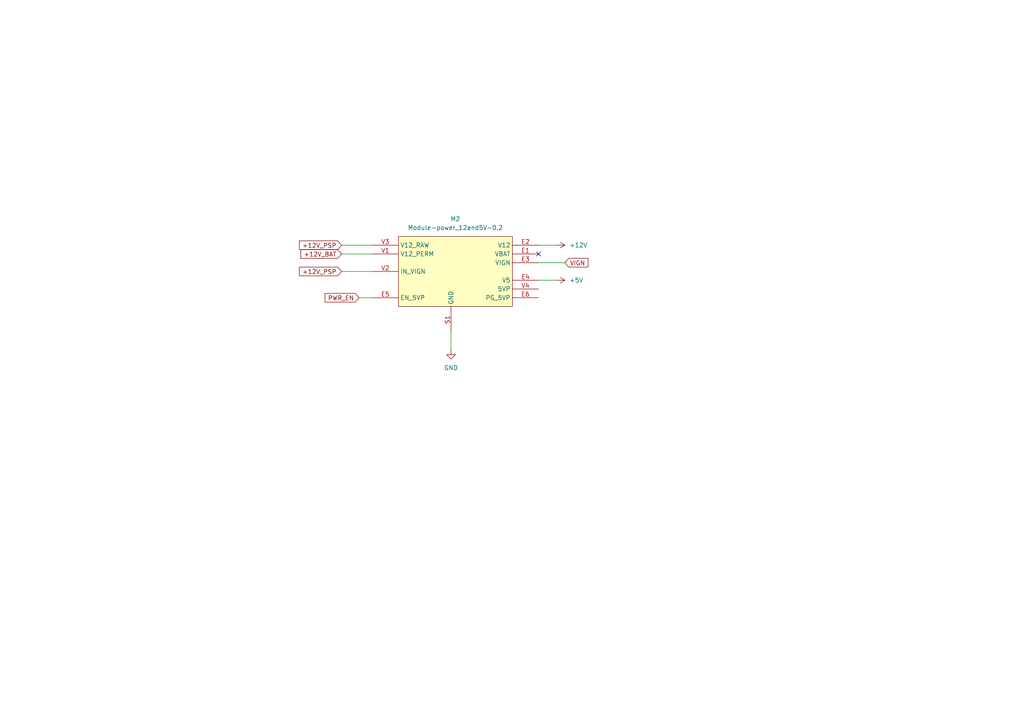
<source format=kicad_sch>
(kicad_sch (version 20231120) (generator "eeschema") (generator_version "8.0")
  (paper "A4")
  (lib_symbols
    (symbol "power:+12V" (power) (pin_numbers hide) (pin_names (offset 0) hide)
      (property "Value" "+12V" (at 0 3.556 0))
      (symbol "+12V_0_1"
        (polyline (pts (xy -0.762 1.27) (xy 0 2.54)))
        (polyline (pts (xy 0 0) (xy 0 2.54)))
        (polyline (pts (xy 0 2.54) (xy 0.762 1.27)))
      )
      (symbol "+12V_1_1"
        (pin power_in line (at 0 0 90) (length 0) (name "~") (number "1"))
      )
    )
    (symbol "power:+5V" (power) (pin_numbers hide) (pin_names (offset 0) hide)
      (property "Value" "+5V" (at 0 3.556 0))
      (symbol "+5V_0_1"
        (polyline (pts (xy -0.762 1.27) (xy 0 2.54)))
        (polyline (pts (xy 0 0) (xy 0 2.54)))
        (polyline (pts (xy 0 2.54) (xy 0.762 1.27)))
      )
      (symbol "+5V_1_1"
        (pin power_in line (at 0 0 90) (length 0) (name "~") (number "1"))
      )
    )
    (symbol "power:GND" (power) (pin_numbers hide) (pin_names (offset 0) hide)
      (property "Value" "GND" (at 0 -3.81 0))
      (symbol "GND_0_1"
        (polyline (pts (xy 0 0) (xy 0 -1.27) (xy 1.27 -1.27) (xy 0 -2.54) (xy -1.27 -1.27) (xy 0 -1.27)))
      )
      (symbol "GND_1_1"
        (pin power_in line (at 0 0 270) (length 0) (name "~") (number "1"))
      )
    )
    (symbol "power_12and5V:Module-power_12and5V-0.2"
      (property "Reference" "M" (at 1.27 1.27 0))
      (property "Value" "Module-power_12and5V-0.2" (at -1.27 3.81 0))
      (symbol "Module-power_12and5V-0.2_1_0"
        (rectangle (start 33.02 0) (end 0 -20.32) (fill (type background)))
        (pin passive line (at 40.64 -5.08 180) (length 7.62) (name "VBAT") (number "E1"))
        (pin passive line (at 40.64 -2.54 180) (length 7.62) (name "V12") (number "E2"))
        (pin passive line (at 40.64 -7.62 180) (length 7.62) (name "VIGN") (number "E3"))
        (pin passive line (at 40.64 -12.7 180) (length 7.62) (name "V5") (number "E4"))
        (pin passive line (at -7.62 -17.78 0) (length 7.62) (name "EN_5VP") (number "E5"))
        (pin passive line (at 40.64 -17.78 180) (length 7.62) (name "PG_5VP") (number "E6"))
        (pin passive line (at 15.24 -27.94 90) (length 7.62) (name "GND") (number "S1"))
        (pin passive line (at -7.62 -5.08 0) (length 7.62) (name "V12_PERM") (number "V1"))
        (pin passive line (at -7.62 -10.16 0) (length 7.62) (name "IN_VIGN") (number "V2"))
        (pin passive line (at -7.62 -2.54 0) (length 7.62) (name "V12_RAW") (number "V3"))
        (pin passive line (at 40.64 -15.24 180) (length 7.62) (name "5VP") (number "V4"))
      )
    )
  )
  (no_connect (at 156.21 73.66))
  (wire (pts (xy 107.95 78.74) (xy 99.06 78.74)))
  (wire (pts (xy 130.81 96.52) (xy 130.81 101.6)))
  (wire (pts (xy 156.21 71.12) (xy 161.29 71.12)))
  (wire (pts (xy 156.21 76.2) (xy 163.83 76.2)))
  (wire (pts (xy 107.95 73.66) (xy 99.06 73.66)))
  (wire (pts (xy 107.95 71.12) (xy 99.06 71.12)))
  (wire (pts (xy 156.21 81.28) (xy 161.29 81.28)))
  (wire (pts (xy 104.14 86.36) (xy 107.95 86.36)))
  (global_label "+12V_PSP" (shape input) (at 99.06 71.12 180) (property "Intersheetrefs" "${INTERSHEET_REFS}" (effects (hide yes))))
  (global_label "+12V_BAT" (shape input) (at 99.06 73.66 180) (property "Intersheetrefs" "${INTERSHEET_REFS}" (effects (hide yes))))
  (global_label "VIGN" (shape input) (at 163.83 76.2 0) (property "Intersheetrefs" "${INTERSHEET_REFS}" (effects (hide yes))))
  (global_label "+12V_PSP" (shape input) (at 99.06 78.74 180) (property "Intersheetrefs" "${INTERSHEET_REFS}" (effects (hide yes))))
  (global_label "PWR_EN" (shape input) (at 104.14 86.36 180) (property "Intersheetrefs" "${INTERSHEET_REFS}" (effects (hide yes))))
  (symbol (lib_id "power_12and5V:Module-power_12and5V-0.2") (at 115.57 68.58 0) (unit 1)
    (property "Reference" "M2" (at 132.08 63.5 0))
    (property "Value" "Module-power_12and5V-0.2" (at 132.08 66.04 0))
    (property "Footprint" "0.2:power_12and5V" (effects (hide yes)))
    (property "Description" "Hellen-One Power_12and5V Module" (effects (hide yes)))
  )
  (symbol (lib_id "power:GND") (at 130.81 101.6 0) (unit 1)
    (property "Reference" "#PWR03" (effects (hide yes)))
    (property "Value" "GND" (at 130.81 106.68 0))
    (property "Description" "Power symbol creates a global label with name \"GND\" , ground" (effects (hide yes)))
  )
  (symbol (lib_id "power:+12V") (at 161.29 71.12 270) (unit 1)
    (property "Reference" "#PWR022" (effects (hide yes)))
    (property "Value" "+12V" (at 165.1 71.1199 90) (effects (justify left)))
    (property "Description" "Power symbol creates a global label with name \"+12V\"" (effects (hide yes)))
  )
  (symbol (lib_id "power:+5V") (at 161.29 81.28 270) (unit 1)
    (property "Reference" "#PWR013" (effects (hide yes)))
    (property "Value" "+5V" (at 165.1 81.2799 90) (effects (justify left)))
    (property "Description" "Power symbol creates a global label with name \"+5V\"" (effects (hide yes)))
  )
)
</source>
